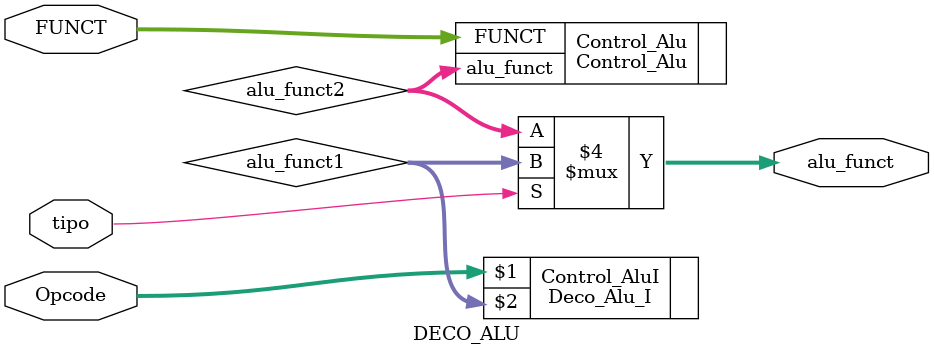
<source format=v>
`timescale 1ns / 1ps


module DECO_ALU(FUNCT,alu_funct,Opcode,tipo);
input [5:0]FUNCT;
input [5:0]Opcode;
input tipo;
output reg [2:0]alu_funct;

wire [2:0]alu_funct1,alu_funct2;
//instacia control alu
Control_Alu Control_Alu (.FUNCT(FUNCT),.alu_funct(alu_funct2));
Deco_Alu_I Control_AluI(Opcode,alu_funct1);
// instancia

always @ *
begin
if(tipo==1)
alu_funct=alu_funct1;
else
alu_funct=alu_funct2;
end
endmodule

</source>
